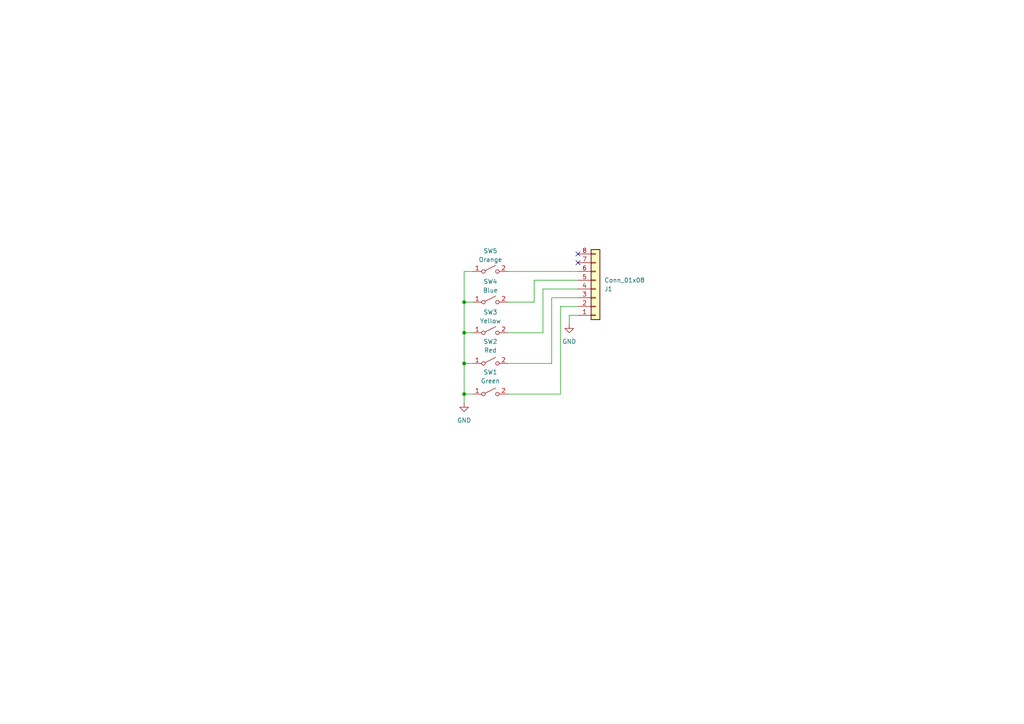
<source format=kicad_sch>
(kicad_sch (version 20231120) (generator "eeschema") (generator_version "8.0")
  (paper "A4")
  (lib_symbols
    (symbol "Connector_Generic:Conn_01x08" (pin_names (offset 1.016) hide)
      (property "Reference" "J" (at 0 10.16 0))
      (property "Value" "Conn_01x08" (at 0 -12.7 0))
      (symbol "Conn_01x08_1_1"
        (rectangle (start -1.27 -10.033) (end 0 -10.287) (stroke (width 0.1524)))
        (rectangle (start -1.27 -7.493) (end 0 -7.747) (stroke (width 0.1524)))
        (rectangle (start -1.27 -4.953) (end 0 -5.207) (stroke (width 0.1524)))
        (rectangle (start -1.27 -2.413) (end 0 -2.667) (stroke (width 0.1524)))
        (rectangle (start -1.27 0.127) (end 0 -0.127) (stroke (width 0.1524)))
        (rectangle (start -1.27 2.667) (end 0 2.413) (stroke (width 0.1524)))
        (rectangle (start -1.27 5.207) (end 0 4.953) (stroke (width 0.1524)))
        (rectangle (start -1.27 7.747) (end 0 7.493) (stroke (width 0.1524)))
        (rectangle (start -1.27 8.89) (end 1.27 -11.43) (stroke (width 0.254)) (fill (type background)))
        (pin passive line (at -5.08 7.62 0) (length 3.81) (name "Pin_1") (number "1"))
        (pin passive line (at -5.08 5.08 0) (length 3.81) (name "Pin_2") (number "2"))
        (pin passive line (at -5.08 2.54 0) (length 3.81) (name "Pin_3") (number "3"))
        (pin passive line (at -5.08 0 0) (length 3.81) (name "Pin_4") (number "4"))
        (pin passive line (at -5.08 -2.54 0) (length 3.81) (name "Pin_5") (number "5"))
        (pin passive line (at -5.08 -5.08 0) (length 3.81) (name "Pin_6") (number "6"))
        (pin passive line (at -5.08 -7.62 0) (length 3.81) (name "Pin_7") (number "7"))
        (pin passive line (at -5.08 -10.16 0) (length 3.81) (name "Pin_8") (number "8"))
      )
    )
    (symbol "Switch:SW_SPST" (pin_names (offset 0) hide)
      (property "Reference" "SW" (at 0 3.175 0))
      (property "Value" "SW_SPST" (at 0 -2.54 0))
      (symbol "SW_SPST_0_0"
        (circle (center -2.032 0) (radius 0.508))
        (polyline (pts (xy -1.524 0.254) (xy 1.524 1.778)))
        (circle (center 2.032 0) (radius 0.508))
      )
      (symbol "SW_SPST_1_1"
        (pin passive line (at -5.08 0 0) (length 2.54) (name "A") (number "1"))
        (pin passive line (at 5.08 0 180) (length 2.54) (name "B") (number "2"))
      )
    )
    (symbol "power:GND" (power) (pin_numbers hide) (pin_names (offset 0) hide)
      (property "Value" "GND" (at 0 -3.81 0))
      (symbol "GND_0_1"
        (polyline (pts (xy 0 0) (xy 0 -1.27) (xy 1.27 -1.27) (xy 0 -2.54) (xy -1.27 -1.27) (xy 0 -1.27)))
      )
      (symbol "GND_1_1"
        (pin power_in line (at 0 0 270) (length 0) (name "~") (number "1"))
      )
    )
  )
  (junction (at 134.62 105.41))
  (junction (at 134.62 96.52))
  (junction (at 134.62 87.63))
  (junction (at 134.62 114.3))
  (no_connect (at 167.64 73.66))
  (no_connect (at 167.64 76.2))
  (wire (pts (xy 157.48 96.52) (xy 157.48 83.82)))
  (wire (pts (xy 134.62 116.84) (xy 134.62 114.3)))
  (wire (pts (xy 154.94 87.63) (xy 154.94 81.28)))
  (wire (pts (xy 134.62 105.41) (xy 134.62 96.52)))
  (wire (pts (xy 147.32 87.63) (xy 154.94 87.63)))
  (wire (pts (xy 134.62 96.52) (xy 134.62 87.63)))
  (wire (pts (xy 134.62 78.74) (xy 137.16 78.74)))
  (wire (pts (xy 134.62 87.63) (xy 134.62 78.74)))
  (wire (pts (xy 134.62 114.3) (xy 137.16 114.3)))
  (wire (pts (xy 147.32 96.52) (xy 157.48 96.52)))
  (wire (pts (xy 134.62 114.3) (xy 134.62 105.41)))
  (wire (pts (xy 154.94 81.28) (xy 167.64 81.28)))
  (wire (pts (xy 147.32 114.3) (xy 162.56 114.3)))
  (wire (pts (xy 147.32 105.41) (xy 160.02 105.41)))
  (wire (pts (xy 160.02 86.36) (xy 167.64 86.36)))
  (wire (pts (xy 162.56 114.3) (xy 162.56 88.9)))
  (wire (pts (xy 134.62 105.41) (xy 137.16 105.41)))
  (wire (pts (xy 157.48 83.82) (xy 167.64 83.82)))
  (wire (pts (xy 134.62 96.52) (xy 137.16 96.52)))
  (wire (pts (xy 162.56 88.9) (xy 167.64 88.9)))
  (wire (pts (xy 160.02 105.41) (xy 160.02 86.36)))
  (wire (pts (xy 165.1 91.44) (xy 167.64 91.44)))
  (wire (pts (xy 165.1 93.98) (xy 165.1 91.44)))
  (wire (pts (xy 147.32 78.74) (xy 167.64 78.74)))
  (wire (pts (xy 134.62 87.63) (xy 137.16 87.63)))
  (symbol (lib_id "Switch:SW_SPST") (at 142.24 105.41 0) (unit 1)
    (property "Reference" "SW2" (at 142.24 99.06 0))
    (property "Value" "Red" (at 142.24 101.6 0))
    (property "Footprint" "custom_footprints:Choc_V1_sunken" (effects (hide yes)))
    (property "Description" "Single Pole Single Throw (SPST) switch" (effects (hide yes)))
  )
  (symbol (lib_id "Switch:SW_SPST") (at 142.24 78.74 0) (unit 1)
    (property "Reference" "SW5" (at 142.24 72.7682 0))
    (property "Value" "Orange" (at 142.24 75.3082 0))
    (property "Footprint" "custom_footprints:Choc_V1_sunken" (effects (hide yes)))
    (property "Description" "Single Pole Single Throw (SPST) switch" (effects (hide yes)))
  )
  (symbol (lib_id "Switch:SW_SPST") (at 142.24 96.52 0) (unit 1)
    (property "Reference" "SW3" (at 142.24 90.5482 0))
    (property "Value" "Yellow" (at 142.24 93.0882 0))
    (property "Footprint" "custom_footprints:Choc_V1_sunken" (effects (hide yes)))
    (property "Description" "Single Pole Single Throw (SPST) switch" (effects (hide yes)))
  )
  (symbol (lib_id "Connector_Generic:Conn_01x08") (at 172.72 83.82 0) (mirror x) (unit 1)
    (property "Reference" "J1" (at 175.26 83.8201 0) (effects (justify left)))
    (property "Value" "Conn_01x08" (at 175.26 81.2801 0) (effects (justify left)))
    (property "Footprint" "Connector_PinHeader_2.00mm:PinHeader_1x08_P2.00mm_Vertical" (effects (hide yes)))
    (property "Description" "Generic connector, single row, 01x08, script generated (kicad-library-utils/schlib/autogen/connector/)" (effects (hide yes)))
  )
  (symbol (lib_id "power:GND") (at 165.1 93.98 0) (unit 1)
    (property "Reference" "#PWR02" (effects (hide yes)))
    (property "Value" "GND" (at 165.1 99.06 0))
    (property "Description" "Power symbol creates a global label with name \"GND\" , ground" (effects (hide yes)))
  )
  (symbol (lib_id "power:GND") (at 134.62 116.84 0) (unit 1)
    (property "Reference" "#PWR01" (effects (hide yes)))
    (property "Value" "GND" (at 134.62 121.92 0))
    (property "Description" "Power symbol creates a global label with name \"GND\" , ground" (effects (hide yes)))
  )
  (symbol (lib_id "Switch:SW_SPST") (at 142.24 87.63 0) (unit 1)
    (property "Reference" "SW4" (at 142.24 81.6582 0))
    (property "Value" "Blue" (at 142.24 84.1982 0))
    (property "Footprint" "custom_footprints:Choc_V1_sunken" (effects (hide yes)))
    (property "Description" "Single Pole Single Throw (SPST) switch" (effects (hide yes)))
  )
  (symbol (lib_id "Switch:SW_SPST") (at 142.24 114.3 0) (unit 1)
    (property "Reference" "SW1" (at 142.24 107.95 0))
    (property "Value" "Green" (at 142.24 110.49 0))
    (property "Footprint" "custom_footprints:Choc_V1_sunken" (effects (hide yes)))
    (property "Description" "Single Pole Single Throw (SPST) switch" (effects (hide yes)))
  )
)
</source>
